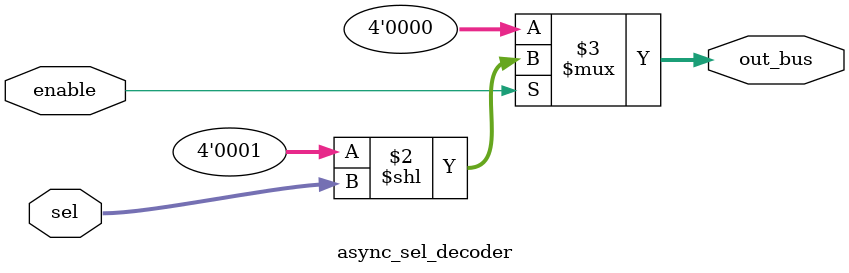
<source format=sv>
module async_sel_decoder (
    input [1:0] sel,
    input enable,
    output reg [3:0] out_bus
);
    always @(*) begin
        out_bus = enable ? (4'b0001 << sel) : 4'b0000;
    end
endmodule
</source>
